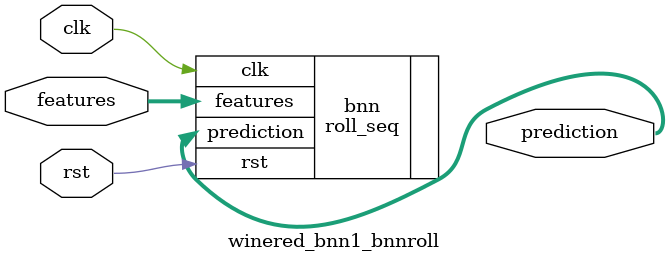
<source format=v>













module winered_bnn1_bnnroll #(

parameter FEAT_CNT = 11,
parameter HIDDEN_CNT = 40,
parameter FEAT_BITS = 4,
parameter CLASS_CNT = 6,
parameter TEST_CNT = 1000


  ) (
  input clk,
  input rst,
  input [FEAT_CNT*FEAT_BITS-1:0] features,
  output [$clog2(CLASS_CNT)-1:0] prediction
  );

  localparam Weights0 = 440'b11101100111111100100101100110010011011110110111111101101011011000101100010011000011100010100101010010000111110001110100110011010100011010100001101110011000000011110001100111000111000000010110101110111101111111000101110110001010110011111100000101010011100101001111011101110111001010100110111000110111111000101110111100001000000011011111010111001101100001010010111011100011001101010110110010000011110100000101000110010000011100000000110011000 ;
  localparam Weights1 = 240'b101011110101010111101111010101000101111001101110110011111110010011110100100011101000101011111101111001010101001011000101101011100011011000100010000100100000001111000110100000011011100000011101001111010010001011110000001101110000010000111001 ;

  roll_seq #(.FEAT_CNT(FEAT_CNT),.FEAT_BITS(FEAT_BITS),.HIDDEN_CNT(HIDDEN_CNT),.CLASS_CNT(CLASS_CNT),.Weights0(Weights0),.Weights1(Weights1)) bnn (
    .clk(clk),
    .rst(rst),
    .features(features),
    .prediction(prediction)
  );

endmodule

</source>
